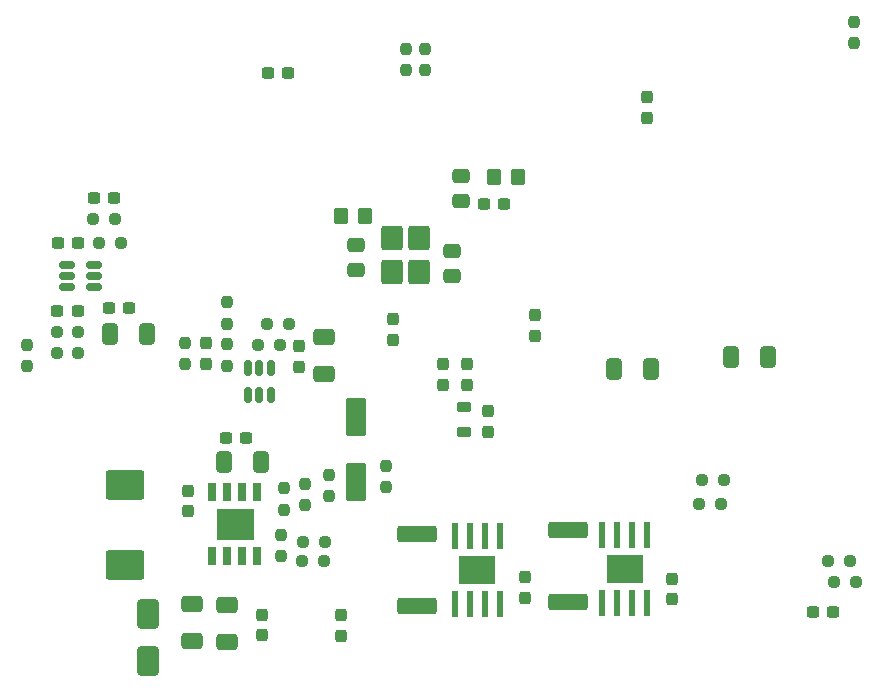
<source format=gbr>
%TF.GenerationSoftware,KiCad,Pcbnew,9.0.5*%
%TF.CreationDate,2025-11-11T22:40:46+01:00*%
%TF.ProjectId,mobile_robot,6d6f6269-6c65-45f7-926f-626f742e6b69,rev?*%
%TF.SameCoordinates,Original*%
%TF.FileFunction,Paste,Bot*%
%TF.FilePolarity,Positive*%
%FSLAX46Y46*%
G04 Gerber Fmt 4.6, Leading zero omitted, Abs format (unit mm)*
G04 Created by KiCad (PCBNEW 9.0.5) date 2025-11-11 22:40:46*
%MOMM*%
%LPD*%
G01*
G04 APERTURE LIST*
G04 Aperture macros list*
%AMRoundRect*
0 Rectangle with rounded corners*
0 $1 Rounding radius*
0 $2 $3 $4 $5 $6 $7 $8 $9 X,Y pos of 4 corners*
0 Add a 4 corners polygon primitive as box body*
4,1,4,$2,$3,$4,$5,$6,$7,$8,$9,$2,$3,0*
0 Add four circle primitives for the rounded corners*
1,1,$1+$1,$2,$3*
1,1,$1+$1,$4,$5*
1,1,$1+$1,$6,$7*
1,1,$1+$1,$8,$9*
0 Add four rect primitives between the rounded corners*
20,1,$1+$1,$2,$3,$4,$5,0*
20,1,$1+$1,$4,$5,$6,$7,0*
20,1,$1+$1,$6,$7,$8,$9,0*
20,1,$1+$1,$8,$9,$2,$3,0*%
G04 Aperture macros list end*
%ADD10C,0.010000*%
%ADD11RoundRect,0.237500X0.237500X-0.300000X0.237500X0.300000X-0.237500X0.300000X-0.237500X-0.300000X0*%
%ADD12RoundRect,0.218750X-0.381250X0.218750X-0.381250X-0.218750X0.381250X-0.218750X0.381250X0.218750X0*%
%ADD13RoundRect,0.237500X-0.237500X0.250000X-0.237500X-0.250000X0.237500X-0.250000X0.237500X0.250000X0*%
%ADD14RoundRect,0.249999X1.425001X-0.450001X1.425001X0.450001X-1.425001X0.450001X-1.425001X-0.450001X0*%
%ADD15R,3.100000X2.400000*%
%ADD16R,0.500000X2.200000*%
%ADD17RoundRect,0.237500X0.237500X-0.250000X0.237500X0.250000X-0.237500X0.250000X-0.237500X-0.250000X0*%
%ADD18RoundRect,0.237500X-0.237500X0.300000X-0.237500X-0.300000X0.237500X-0.300000X0.237500X0.300000X0*%
%ADD19RoundRect,0.237500X0.250000X0.237500X-0.250000X0.237500X-0.250000X-0.237500X0.250000X-0.237500X0*%
%ADD20RoundRect,0.237500X-0.300000X-0.237500X0.300000X-0.237500X0.300000X0.237500X-0.300000X0.237500X0*%
%ADD21RoundRect,0.237500X-0.250000X-0.237500X0.250000X-0.237500X0.250000X0.237500X-0.250000X0.237500X0*%
%ADD22RoundRect,0.250000X0.475000X-0.337500X0.475000X0.337500X-0.475000X0.337500X-0.475000X-0.337500X0*%
%ADD23RoundRect,0.237500X0.300000X0.237500X-0.300000X0.237500X-0.300000X-0.237500X0.300000X-0.237500X0*%
%ADD24RoundRect,0.150000X0.150000X-0.512500X0.150000X0.512500X-0.150000X0.512500X-0.150000X-0.512500X0*%
%ADD25RoundRect,0.250000X-0.650000X0.412500X-0.650000X-0.412500X0.650000X-0.412500X0.650000X0.412500X0*%
%ADD26RoundRect,0.250000X-1.400000X-1.000000X1.400000X-1.000000X1.400000X1.000000X-1.400000X1.000000X0*%
%ADD27RoundRect,0.250000X-0.350000X-0.450000X0.350000X-0.450000X0.350000X0.450000X-0.350000X0.450000X0*%
%ADD28RoundRect,0.030000X-0.270000X0.745000X-0.270000X-0.745000X0.270000X-0.745000X0.270000X0.745000X0*%
%ADD29RoundRect,0.237500X-0.237500X0.287500X-0.237500X-0.287500X0.237500X-0.287500X0.237500X0.287500X0*%
%ADD30RoundRect,0.250000X-0.412500X-0.650000X0.412500X-0.650000X0.412500X0.650000X-0.412500X0.650000X0*%
%ADD31RoundRect,0.250000X0.412500X0.650000X-0.412500X0.650000X-0.412500X-0.650000X0.412500X-0.650000X0*%
%ADD32RoundRect,0.250000X0.600000X-1.400000X0.600000X1.400000X-0.600000X1.400000X-0.600000X-1.400000X0*%
%ADD33RoundRect,0.250000X-0.475000X0.337500X-0.475000X-0.337500X0.475000X-0.337500X0.475000X0.337500X0*%
%ADD34RoundRect,0.250000X-0.650000X0.800000X-0.650000X-0.800000X0.650000X-0.800000X0.650000X0.800000X0*%
%ADD35RoundRect,0.250000X-0.650000X1.000000X-0.650000X-1.000000X0.650000X-1.000000X0.650000X1.000000X0*%
%ADD36RoundRect,0.150000X0.512500X0.150000X-0.512500X0.150000X-0.512500X-0.150000X0.512500X-0.150000X0*%
G04 APERTURE END LIST*
D10*
%TO.C,U8*%
X130984323Y-84563662D02*
X127884323Y-84563662D01*
X127884323Y-81963662D01*
X130984323Y-81963662D01*
X130984323Y-84563662D01*
G36*
X130984323Y-84563662D02*
G01*
X127884323Y-84563662D01*
X127884323Y-81963662D01*
X130984323Y-81963662D01*
X130984323Y-84563662D01*
G37*
%TD*%
D11*
%TO.C,C40*%
X127000000Y-69696500D03*
X127000000Y-67971500D03*
%TD*%
D12*
%TO.C,FB1*%
X148844000Y-73359500D03*
X148844000Y-75484500D03*
%TD*%
D13*
%TO.C,R79*%
X181864000Y-40743500D03*
X181864000Y-42568500D03*
%TD*%
D14*
%TO.C,R20*%
X144889365Y-90167577D03*
X144889365Y-84067577D03*
%TD*%
D15*
%TO.C,U2*%
X162433000Y-87041000D03*
D16*
X160528000Y-84166000D03*
X161798000Y-84166000D03*
X163068000Y-84166000D03*
X164338000Y-84166000D03*
X164338000Y-89916000D03*
X163068000Y-89916000D03*
X161798000Y-89916000D03*
X160528000Y-89916000D03*
%TD*%
D17*
%TO.C,R63*%
X125222000Y-69746500D03*
X125222000Y-67921500D03*
%TD*%
D18*
%TO.C,C25*%
X138430000Y-90985000D03*
X138430000Y-92710000D03*
%TD*%
D19*
%TO.C,R51*%
X119784500Y-59436000D03*
X117959500Y-59436000D03*
%TD*%
%TO.C,R47*%
X137056500Y-84800000D03*
X135231500Y-84800000D03*
%TD*%
D20*
%TO.C,C34*%
X114387500Y-65250000D03*
X116112500Y-65250000D03*
%TD*%
D21*
%TO.C,R83*%
X168759500Y-81534000D03*
X170584500Y-81534000D03*
%TD*%
D14*
%TO.C,R6*%
X157599261Y-89894546D03*
X157599261Y-83794546D03*
%TD*%
D13*
%TO.C,R55*%
X111800000Y-68087500D03*
X111800000Y-69912500D03*
%TD*%
D18*
%TO.C,C2*%
X150876000Y-73713000D03*
X150876000Y-75438000D03*
%TD*%
D22*
%TO.C,C1*%
X148590000Y-55901500D03*
X148590000Y-53826500D03*
%TD*%
D19*
%TO.C,R61*%
X134008500Y-66294000D03*
X132183500Y-66294000D03*
%TD*%
D21*
%TO.C,R81*%
X179681500Y-86360000D03*
X181506500Y-86360000D03*
%TD*%
D15*
%TO.C,U4*%
X149969365Y-87117577D03*
D16*
X148064365Y-84242577D03*
X149334365Y-84242577D03*
X150604365Y-84242577D03*
X151874365Y-84242577D03*
X151874365Y-89992577D03*
X150604365Y-89992577D03*
X149334365Y-89992577D03*
X148064365Y-89992577D03*
%TD*%
D23*
%TO.C,C46*%
X133958500Y-45085000D03*
X132233500Y-45085000D03*
%TD*%
D24*
%TO.C,U10*%
X132450000Y-72306506D03*
X131500000Y-72306506D03*
X130550000Y-72306506D03*
X130550000Y-70031506D03*
X131500000Y-70031506D03*
X132450000Y-70031506D03*
%TD*%
D25*
%TO.C,C20*%
X125760979Y-90020104D03*
X125760979Y-93145104D03*
%TD*%
D13*
%TO.C,R48*%
X133350000Y-84177500D03*
X133350000Y-86002500D03*
%TD*%
D26*
%TO.C,D18*%
X120142000Y-86712000D03*
X120142000Y-79912000D03*
%TD*%
D11*
%TO.C,C43*%
X147066000Y-71474500D03*
X147066000Y-69749500D03*
%TD*%
D27*
%TO.C,R2*%
X138446000Y-57150000D03*
X140446000Y-57150000D03*
%TD*%
D20*
%TO.C,C37*%
X128677500Y-75946000D03*
X130402500Y-75946000D03*
%TD*%
D18*
%TO.C,C6*%
X142800000Y-65937500D03*
X142800000Y-67662500D03*
%TD*%
D20*
%TO.C,C26*%
X114453500Y-59436000D03*
X116178500Y-59436000D03*
%TD*%
D11*
%TO.C,C7*%
X149098000Y-71474500D03*
X149098000Y-69749500D03*
%TD*%
D20*
%TO.C,C8*%
X150521500Y-56134000D03*
X152246500Y-56134000D03*
%TD*%
D28*
%TO.C,U8*%
X127529323Y-80563662D03*
X128799323Y-80563662D03*
X130069323Y-80563662D03*
X131339323Y-80563662D03*
X131339323Y-85963662D03*
X130069323Y-85963662D03*
X128799323Y-85963662D03*
X127529323Y-85963662D03*
%TD*%
D17*
%TO.C,R9*%
X143891000Y-44854500D03*
X143891000Y-43029500D03*
%TD*%
%TO.C,R7*%
X137414000Y-80922500D03*
X137414000Y-79097500D03*
%TD*%
D23*
%TO.C,C44*%
X180086000Y-90678000D03*
X178361000Y-90678000D03*
%TD*%
D18*
%TO.C,C35*%
X134874000Y-68225500D03*
X134874000Y-69950500D03*
%TD*%
D29*
%TO.C,D1*%
X164338000Y-47131000D03*
X164338000Y-48881000D03*
%TD*%
D21*
%TO.C,R53*%
X117451500Y-57404000D03*
X119276500Y-57404000D03*
%TD*%
D18*
%TO.C,C5*%
X154800000Y-65585000D03*
X154800000Y-67310000D03*
%TD*%
D17*
%TO.C,R10*%
X145542000Y-44854500D03*
X145542000Y-43029500D03*
%TD*%
D30*
%TO.C,C45*%
X161505500Y-70104000D03*
X164630500Y-70104000D03*
%TD*%
D13*
%TO.C,R8*%
X142240000Y-78335500D03*
X142240000Y-80160500D03*
%TD*%
D30*
%TO.C,C29*%
X118837500Y-67200000D03*
X121962500Y-67200000D03*
%TD*%
D20*
%TO.C,C33*%
X117501500Y-55626000D03*
X119226500Y-55626000D03*
%TD*%
D21*
%TO.C,R1*%
X135128000Y-86360000D03*
X136953000Y-86360000D03*
%TD*%
D17*
%TO.C,R62*%
X128778000Y-69850000D03*
X128778000Y-68025000D03*
%TD*%
D18*
%TO.C,C23*%
X125494659Y-80468275D03*
X125494659Y-82193275D03*
%TD*%
D27*
%TO.C,R4*%
X151400000Y-53848000D03*
X153400000Y-53848000D03*
%TD*%
D31*
%TO.C,C41*%
X174536500Y-69088000D03*
X171411500Y-69088000D03*
%TD*%
D21*
%TO.C,R82*%
X169013500Y-79502000D03*
X170838500Y-79502000D03*
%TD*%
D32*
%TO.C,D3*%
X139700000Y-79712000D03*
X139700000Y-74212000D03*
%TD*%
D21*
%TO.C,R80*%
X180189500Y-88138000D03*
X182014500Y-88138000D03*
%TD*%
D13*
%TO.C,R60*%
X128800000Y-64487500D03*
X128800000Y-66312500D03*
%TD*%
D22*
%TO.C,C3*%
X147828000Y-62251500D03*
X147828000Y-60176500D03*
%TD*%
D33*
%TO.C,C4*%
X139700000Y-59647000D03*
X139700000Y-61722000D03*
%TD*%
D20*
%TO.C,C30*%
X118771500Y-65000000D03*
X120496500Y-65000000D03*
%TD*%
D34*
%TO.C,Y1*%
X145048000Y-59033000D03*
X145048000Y-61933000D03*
X142748000Y-61933000D03*
X142748000Y-59033000D03*
%TD*%
D18*
%TO.C,C22*%
X131714719Y-90969662D03*
X131714719Y-92694662D03*
%TD*%
D30*
%TO.C,C36*%
X128485500Y-77978000D03*
X131610500Y-77978000D03*
%TD*%
D19*
%TO.C,R59*%
X133246500Y-68072000D03*
X131421500Y-68072000D03*
%TD*%
D11*
%TO.C,C9*%
X154033365Y-89504077D03*
X154033365Y-87779077D03*
%TD*%
D21*
%TO.C,R54*%
X114337500Y-67000000D03*
X116162500Y-67000000D03*
%TD*%
D25*
%TO.C,C21*%
X128803209Y-90079523D03*
X128803209Y-93204523D03*
%TD*%
D21*
%TO.C,R52*%
X114337500Y-68750000D03*
X116162500Y-68750000D03*
%TD*%
D35*
%TO.C,D17*%
X122044705Y-90832550D03*
X122044705Y-94832550D03*
%TD*%
D36*
%TO.C,U9*%
X117464448Y-61293638D03*
X117464448Y-62243638D03*
X117464448Y-63193638D03*
X115189448Y-63193638D03*
X115189448Y-62243638D03*
X115189448Y-61293638D03*
%TD*%
D11*
%TO.C,C11*%
X166451199Y-89604577D03*
X166451199Y-87879577D03*
%TD*%
D17*
%TO.C,R49*%
X135382000Y-81684500D03*
X135382000Y-79859500D03*
%TD*%
D13*
%TO.C,R50*%
X133554389Y-80221352D03*
X133554389Y-82046352D03*
%TD*%
D25*
%TO.C,C38*%
X137000000Y-67437500D03*
X137000000Y-70562500D03*
%TD*%
M02*

</source>
